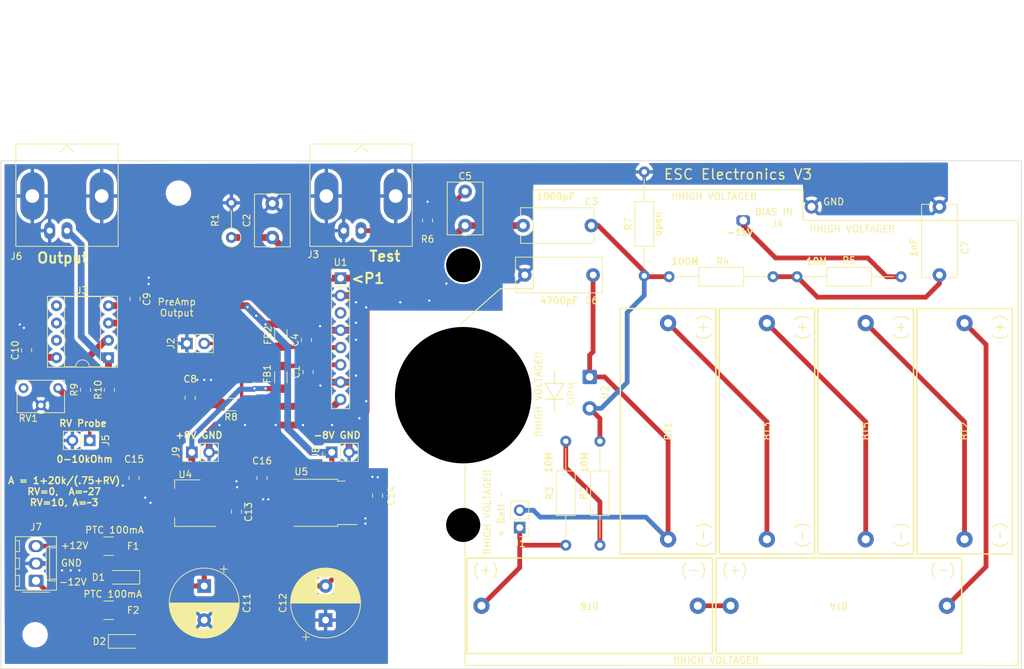
<source format=kicad_pcb>
(kicad_pcb (version 20221018) (generator pcbnew)

  (general
    (thickness 1.6)
  )

  (paper "A4")
  (layers
    (0 "F.Cu" signal)
    (31 "B.Cu" signal)
    (32 "B.Adhes" user "B.Adhesive")
    (33 "F.Adhes" user "F.Adhesive")
    (34 "B.Paste" user)
    (35 "F.Paste" user)
    (36 "B.SilkS" user "B.Silkscreen")
    (37 "F.SilkS" user "F.Silkscreen")
    (38 "B.Mask" user)
    (39 "F.Mask" user)
    (40 "Dwgs.User" user "User.Drawings")
    (41 "Cmts.User" user "User.Comments")
    (42 "Eco1.User" user "User.Eco1")
    (43 "Eco2.User" user "User.Eco2")
    (44 "Edge.Cuts" user)
    (45 "Margin" user)
    (46 "B.CrtYd" user "B.Courtyard")
    (47 "F.CrtYd" user "F.Courtyard")
    (48 "B.Fab" user)
    (49 "F.Fab" user)
    (50 "User.1" user)
    (51 "User.2" user)
    (52 "User.3" user)
    (53 "User.4" user)
    (54 "User.5" user)
    (55 "User.6" user)
    (56 "User.7" user)
    (57 "User.8" user)
    (58 "User.9" user)
  )

  (setup
    (stackup
      (layer "F.SilkS" (type "Top Silk Screen"))
      (layer "F.Paste" (type "Top Solder Paste"))
      (layer "F.Mask" (type "Top Solder Mask") (thickness 0.01))
      (layer "F.Cu" (type "copper") (thickness 0.035))
      (layer "dielectric 1" (type "core") (thickness 1.51) (material "FR4") (epsilon_r 4.5) (loss_tangent 0.02))
      (layer "B.Cu" (type "copper") (thickness 0.035))
      (layer "B.Mask" (type "Bottom Solder Mask") (thickness 0.01))
      (layer "B.Paste" (type "Bottom Solder Paste"))
      (layer "B.SilkS" (type "Bottom Silk Screen"))
      (copper_finish "None")
      (dielectric_constraints no)
    )
    (pad_to_mask_clearance 0.0508)
    (pcbplotparams
      (layerselection 0x00010fc_ffffffff)
      (plot_on_all_layers_selection 0x0000000_00000000)
      (disableapertmacros false)
      (usegerberextensions false)
      (usegerberattributes true)
      (usegerberadvancedattributes true)
      (creategerberjobfile true)
      (dashed_line_dash_ratio 12.000000)
      (dashed_line_gap_ratio 3.000000)
      (svgprecision 6)
      (plotframeref false)
      (viasonmask false)
      (mode 1)
      (useauxorigin false)
      (hpglpennumber 1)
      (hpglpenspeed 20)
      (hpglpendiameter 15.000000)
      (dxfpolygonmode true)
      (dxfimperialunits true)
      (dxfusepcbnewfont true)
      (psnegative false)
      (psa4output false)
      (plotreference true)
      (plotvalue true)
      (plotinvisibletext false)
      (sketchpadsonfab false)
      (subtractmaskfromsilk false)
      (outputformat 1)
      (mirror false)
      (drillshape 1)
      (scaleselection 1)
      (outputdirectory "")
    )
  )

  (net 0 "")
  (net 1 "Net-(BT1-+)")
  (net 2 "Net-(BT1--)")
  (net 3 "Net-(BT2-+)")
  (net 4 "Net-(BT2--)")
  (net 5 "Net-(BT3-+)")
  (net 6 "Net-(BT4-+)")
  (net 7 "Net-(BT6-+)")
  (net 8 "GND")
  (net 9 "Net-(U1-+Vs)")
  (net 10 "Net-(U1-Input)")
  (net 11 "Net-(U2-N)")
  (net 12 "Net-(U1--Vs)")
  (net 13 "Net-(J3-In)")
  (net 14 "Net-(U3-1IN+)")
  (net 15 "Net-(D2-K)")
  (net 16 "Net-(D1-A)")
  (net 17 "Net-(D1-K)")
  (net 18 "Net-(D2-A)")
  (net 19 "Net-(C7-Pad2)")
  (net 20 "-8VDC")
  (net 21 "+8VDC")
  (net 22 "Net-(J2-Pin_2)")
  (net 23 "Net-(J4-In)")
  (net 24 "Net-(J5-Pin_1)")
  (net 25 "Net-(J6-In)")
  (net 26 "Net-(U3-1IN-)")
  (net 27 "unconnected-(U1-NC-Pad3)")
  (net 28 "Net-(R2-Pad1)")
  (net 29 "unconnected-(U3-2IN+-Pad5)")
  (net 30 "unconnected-(U3-2IN--Pad6)")
  (net 31 "unconnected-(U3-2OUT-Pad7)")
  (net 32 "unconnected-(RV1-Pad3)")
  (net 33 "Net-(J7-Pin_3)")
  (net 34 "Net-(J7-Pin_1)")

  (footprint "Resistor_THT:R_Axial_DIN0207_L6.3mm_D2.5mm_P15.24mm_Horizontal" (layer "F.Cu") (at 167.63 72))

  (footprint "Capacitor_SMD:C_0805_2012Metric_Pad1.18x1.45mm_HandSolder" (layer "F.Cu") (at 78.7125 89.75 90))

  (footprint "Connector_Wire:SolderWire-0.5sqmm_1x02_P4.6mm_D0.9mm_OD2.1mm" (layer "F.Cu") (at 137.25 86.7 -90))

  (footprint "Connector_PinHeader_2.54mm:PinHeader_1x02_P2.54mm_Vertical" (layer "F.Cu") (at 78.232 81.788 90))

  (footprint "Resistor_THT:R_Axial_DIN0207_L6.3mm_D2.5mm_P15.24mm_Horizontal" (layer "F.Cu") (at 148.88 72))

  (footprint "MountingHole:MountingHole_3.2mm_M3" (layer "F.Cu") (at 56 124.5))

  (footprint "Connector_Coaxial:BNC_Amphenol_B6252HB-NPP3G-50_Horizontal" (layer "F.Cu") (at 60.67 65.25))

  (footprint "Capacitor_SMD:C_0805_2012Metric_Pad1.18x1.45mm_HandSolder" (layer "F.Cu") (at 95.75 81.2875 90))

  (footprint "Package_TO_SOT_SMD:SOT-223-3_TabPin2" (layer "F.Cu") (at 78.35 105.2 180))

  (footprint "Capacitor_THT:CP_Radial_D10.0mm_P5.00mm" (layer "F.Cu") (at 80.772 117.348 -90))

  (footprint "ESC_Electronics_Library:4headclear" (layer "F.Cu") (at 118.72 108.4))

  (footprint "Capacitor_SMD:C_0805_2012Metric_Pad1.18x1.45mm_HandSolder" (layer "F.Cu") (at 89.25 101.5375 -90))

  (footprint "Capacitor_SMD:C_0805_2012Metric_Pad1.18x1.45mm_HandSolder" (layer "F.Cu") (at 96 85.9625 -90))

  (footprint "Capacitor_SMD:C_0805_2012Metric_Pad1.18x1.45mm_HandSolder" (layer "F.Cu") (at 106.172 104.1185 90))

  (footprint "Connector_Molex:Molex_KK-254_AE-6410-03A_1x03_P2.54mm_Vertical" (layer "F.Cu") (at 56.134 116.586 90))

  (footprint "ESC_Electronics_Library:6S-Battery-Holder" (layer "F.Cu") (at 177.698 94.65 90))

  (footprint "Resistor_SMD:R_1210_3225Metric_Pad1.30x2.65mm_HandSolder" (layer "F.Cu") (at 66.776 111.506))

  (footprint "ESC_Electronics_Library:MHV Wire Conn" (layer "F.Cu") (at 164.75 63.75))

  (footprint "ESC_Electronics_Library:DiodeFeedThru" (layer "F.Cu") (at 118.72 89.36861))

  (footprint "Capacitor_THT:C_Disc_D10.5mm_W5.0mm_P10.00mm" (layer "F.Cu") (at 127.5 64.5))

  (footprint "Diode_SMD:D_SOD-123" (layer "F.Cu") (at 68.962 116.078 180))

  (footprint "Resistor_SMD:R_0805_2012Metric_Pad1.20x1.40mm_HandSolder" (layer "F.Cu") (at 113.5 63.75 90))

  (footprint "Connector_PinHeader_2.54mm:PinHeader_1x02_P2.54mm_Vertical" (layer "F.Cu") (at 78.96 97.75 90))

  (footprint "Capacitor_THT:CP_Radial_D10.0mm_P5.00mm" (layer "F.Cu") (at 98.552 122.348 90))

  (footprint "Resistor_THT:R_Axial_DIN0207_L6.3mm_D2.5mm_P15.24mm_Horizontal" (layer "F.Cu") (at 145.25 71.87 90))

  (footprint "ESC_Electronics_Library:6S-Battery-Holder" (layer "F.Cu") (at 137.25 120.25 180))

  (footprint "ESC_Electronics_Library:6S-Battery-Holder" (layer "F.Cu") (at 173.75 120.25 180))

  (footprint "Connector_PinHeader_2.54mm:PinHeader_1x02_P2.54mm_Vertical" (layer "F.Cu") (at 127 108.79 180))

  (footprint "Potentiometer_THT:Potentiometer_Bourns_3266W_Vertical" (layer "F.Cu") (at 59.375 88.325))

  (footprint "Capacitor_THT:C_Disc_D10.5mm_W5.0mm_P10.00mm" (layer "F.Cu") (at 188.5 61.75 -90))

  (footprint "Resistor_SMD:R_1206_3216Metric_Pad1.30x1.75mm_HandSolder" (layer "F.Cu") (at 84.7 90.75 180))

  (footprint "ESC_Electronics_Library:6S-Battery-Holder" (layer "F.Cu") (at 192.176 94.65 90))

  (footprint "Package_DIP:DIP-8_W7.62mm_Socket" (layer "F.Cu") (at 66.75 83.87 180))

  (footprint "MountingHole:MountingHole_3.2mm_M3" (layer "F.Cu") (at 195.75 59.75))

  (footprint "Resistor_THT:R_Axial_DIN0207_L6.3mm_D2.5mm_P5.08mm_Vertical" (layer "F.Cu") (at 84.75 66.25 90))

  (footprint "Connector_Coaxial:BNC_Amphenol_B6252HB-NPP3G-50_Horizontal" (layer "F.Cu") (at 103.75 65.25))

  (footprint "Capacitor_SMD:C_0805_2012Metric_Pad1.18x1.45mm_HandSolder" (layer "F.Cu") (at 70.5 101.5375 -90))

  (footprint "Capacitor_SMD:C_0805_2012Metric_Pad1.18x1.45mm_HandSolder" (layer "F.Cu")
    (tstamp 98cf6f05-a446-4f1b-be23-af8d6406d5e8)
    (at 85.5 106.4625 90)
    (descr "Capacitor SMD 0805 (2012 Metric), square (rectangular) end terminal, IPC_7351 nominal with elongated pad for handsoldering. (Body size source: IPC-SM-782 page 76, https://www.pcb-3d.com/wordpress/wp-content/uploads/ipc-sm-782a_amendment_1_and_2.pdf, https://docs.google.com/spreadsheets/d/1BsfQQcO9C6DZCsRaXUlFlo91Tg2WpOkGARC1WS5S8t0/edit?usp=sharing), generated with kicad-footprint-generator")
    (tags "capacitor handsolder")
    (property "Digikey" "1276-2926-1-ND")
    (property "Sheetfile" "ESC_Electronics.kicad_sch")
    (property "Sheetname" "")
    (property "ki_description" "Unpolarized capacitor, small symbol")
    (property "ki_keywords" "capacitor cap")
    (path "/5171ac46-f5dd-46b8-9906-8835d83ddbc8")
    (attr smd)
    (fp_text reference "C13" (at -0.0375 1.75 90) (layer "F.SilkS")
        (effects (font (size 1 1) (thickness 0.15)))
      (tstamp 1dc5ae2c-6e56-498e-8516-3f1f88190584)
    )
    (fp_text value "0.33uF" (at 0 1.68 90) (layer "F.Fab")
        (effects (font (size 1 1) (thickness 0.15)))
      (tstamp 13d49b26-0437-4363-8908-cad4993b3e69)
    )
    (fp_text user "${REFERENCE}" (at 0 0 90) (layer "F.Fab")
        (effects (font (size 0.5 0.5) (thickness 0.08)))
      (tstamp 44337d3a-9f26-430b-a2a4-c4f9bd0f431f)
    )
    (fp_line (start -0.261252 -0.735) (end 0.261252 -0.735)
      (stroke (width 0.12) (type solid)) (layer "F.SilkS") (tstamp 1c0b80c5-6caa-431d-8f53-a83714f84046))
    (fp_line (start -0.261252 0.735) (end 0.261252 0.735)
      (stroke (width 0.12) (type solid)) (layer "F.SilkS") (tstamp e90a2673-2f6e-48a6-a04c-4d7af4098eb4))
    (fp_line (start -1.88 -0.98) (end 1.88 -0.98)
      (stroke (width 0.05) (type solid)) (layer "F.CrtYd") (tstamp b741a051-6811-4623-8944-ea151c8ebde2))
    (fp_line (start -1.88 0.98) (end -1.88 -0.98)
      (stroke (width 0.05) (type solid)) (layer "F.CrtYd") (tstamp 8af36095-3ef1-4097-9d67-28e77b42d086))
    (fp_line (start 1.88 -0.98) (end 1.88 0.98)
      (stroke (width 0.05) (type solid)) (layer "F.CrtYd") (tstamp 9b559383-bf26-4d04-86df-00245237ce18))
    (fp_line (start 1.88 0.98) (end -1.88 0.98)
      (stroke (width 0.05) (type solid)) (layer "F.C
... [218588 chars truncated]
</source>
